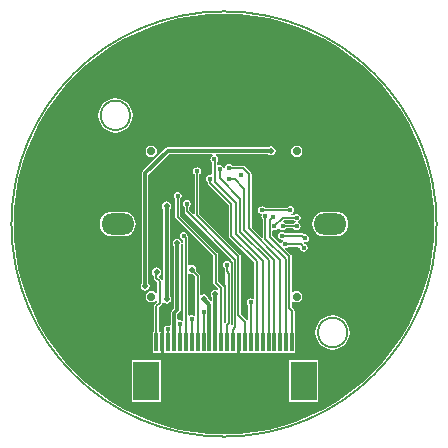
<source format=gbl>
%FSLAX25Y25*%
%MOIN*%
G70*
G01*
G75*
G04 Layer_Physical_Order=2*
G04 Layer_Color=16711680*
%ADD10R,0.02362X0.02362*%
%ADD11R,0.02362X0.02362*%
%ADD12C,0.01142*%
%ADD13C,0.00500*%
%ADD14C,0.00600*%
%ADD15C,0.01200*%
%ADD16C,0.00800*%
%ADD17C,0.00250*%
%ADD18C,0.02756*%
%ADD19O,0.11024X0.07087*%
%ADD20C,0.02000*%
%ADD21C,0.01600*%
%ADD22R,0.01181X0.05906*%
%ADD23R,0.08661X0.12992*%
G36*
X5001Y69932D02*
X9977Y69397D01*
X14903Y68509D01*
X19752Y67271D01*
X24501Y65690D01*
X29125Y63775D01*
X33600Y61535D01*
X37904Y58981D01*
X42015Y56127D01*
X45913Y52986D01*
X49546Y49603D01*
X49569Y49569D01*
X49603Y49547D01*
X52986Y45913D01*
X56126Y42016D01*
X58981Y37905D01*
X61535Y33601D01*
X63775Y29125D01*
X65690Y24501D01*
X67270Y19752D01*
X68508Y14903D01*
X69397Y9978D01*
X69932Y5002D01*
X70109Y40D01*
X70101Y0D01*
X70109Y-40D01*
X69932Y-5002D01*
X69397Y-9978D01*
X68508Y-14903D01*
X67270Y-19752D01*
X65690Y-24501D01*
X63775Y-29125D01*
X61535Y-33601D01*
X58981Y-37905D01*
X56126Y-42016D01*
X52986Y-45913D01*
X49603Y-49547D01*
X49569Y-49569D01*
X49546Y-49603D01*
X45913Y-52986D01*
X42015Y-56127D01*
X37904Y-58981D01*
X33600Y-61535D01*
X29125Y-63775D01*
X24501Y-65690D01*
X19752Y-67271D01*
X14903Y-68509D01*
X9977Y-69397D01*
X5001Y-69932D01*
X40Y-70109D01*
X-0Y-70101D01*
X-40Y-70109D01*
X-5002Y-69932D01*
X-9978Y-69397D01*
X-14904Y-68509D01*
X-19753Y-67271D01*
X-24502Y-65690D01*
X-29125Y-63775D01*
X-33601Y-61535D01*
X-37905Y-58981D01*
X-42016Y-56127D01*
X-45913Y-52986D01*
X-49547Y-49603D01*
X-49570Y-49569D01*
X-49603Y-49547D01*
X-52987Y-45913D01*
X-56127Y-42016D01*
X-58981Y-37905D01*
X-61535Y-33601D01*
X-63775Y-29125D01*
X-65691Y-24501D01*
X-67271Y-19752D01*
X-68509Y-14903D01*
X-69398Y-9978D01*
X-69933Y-5002D01*
X-70110Y-40D01*
X-70102Y0D01*
X-70110Y40D01*
X-69933Y5002D01*
X-69398Y9978D01*
X-68509Y14903D01*
X-67271Y19752D01*
X-65691Y24501D01*
X-63775Y29125D01*
X-61535Y33601D01*
X-58981Y37905D01*
X-56127Y42016D01*
X-52987Y45913D01*
X-49603Y49547D01*
X-49570Y49569D01*
X-49547Y49603D01*
X-45913Y52986D01*
X-42016Y56127D01*
X-37905Y58981D01*
X-33601Y61535D01*
X-29125Y63775D01*
X-24502Y65690D01*
X-19753Y67271D01*
X-14904Y68509D01*
X-9978Y69397D01*
X-5002Y69932D01*
X-40Y70109D01*
X-0Y70101D01*
X40Y70109D01*
X5001Y69932D01*
D02*
G37*
%LPC*%
G36*
X-19100Y7529D02*
X-19685Y7413D01*
X-20181Y7081D01*
X-20513Y6585D01*
X-20629Y6000D01*
X-20513Y5415D01*
X-20222Y4979D01*
Y-18852D01*
X-20719Y-18901D01*
X-20746Y-18763D01*
X-20817Y-18657D01*
X-20923Y-18499D01*
X-20923Y-18499D01*
X-21760Y-17662D01*
Y-17310D01*
X-21419Y-17081D01*
X-21087Y-16585D01*
X-20971Y-16000D01*
X-21087Y-15415D01*
X-21419Y-14919D01*
X-21915Y-14587D01*
X-22500Y-14471D01*
X-23085Y-14587D01*
X-23581Y-14919D01*
X-23913Y-15415D01*
X-24029Y-16000D01*
X-23913Y-16585D01*
X-23581Y-17081D01*
X-23391Y-17209D01*
Y-18000D01*
X-23391Y-18000D01*
X-23329Y-18312D01*
X-23152Y-18577D01*
X-22316Y-19413D01*
Y-22810D01*
X-22794Y-22955D01*
X-22859Y-22859D01*
X-23480Y-22444D01*
X-24213Y-22298D01*
X-24945Y-22444D01*
X-25567Y-22859D01*
X-25982Y-23480D01*
X-26127Y-24213D01*
X-25982Y-24945D01*
X-25567Y-25567D01*
X-24945Y-25982D01*
X-24213Y-26127D01*
X-23480Y-25982D01*
X-22859Y-25567D01*
X-22794Y-25470D01*
X-22496Y-25560D01*
X-22375Y-26045D01*
X-23152Y-26823D01*
X-23329Y-27088D01*
X-23391Y-27400D01*
X-23391Y-27400D01*
Y-35947D01*
X-23666D01*
Y-42853D01*
X-21107D01*
Y-39401D01*
Y-35947D01*
X-21760D01*
Y-27738D01*
X-20923Y-26901D01*
X-20923Y-26901D01*
X-20817Y-26743D01*
X-20746Y-26637D01*
X-20684Y-26324D01*
Y-26190D01*
X-20206Y-26045D01*
X-20181Y-26081D01*
X-19685Y-26413D01*
X-19100Y-26529D01*
X-18515Y-26413D01*
X-18019Y-26081D01*
X-17687Y-25585D01*
X-17571Y-25000D01*
X-17687Y-24415D01*
X-17978Y-23979D01*
Y-20100D01*
Y4979D01*
X-17687Y5415D01*
X-17571Y6000D01*
X-17687Y6585D01*
X-18019Y7081D01*
X-18515Y7413D01*
X-19100Y7529D01*
D02*
G37*
G36*
X-33465Y4078D02*
X-37402D01*
X-38457Y3939D01*
X-39441Y3532D01*
X-40285Y2884D01*
X-40933Y2039D01*
X-41341Y1056D01*
X-41480Y0D01*
X-41341Y-1056D01*
X-40933Y-2039D01*
X-40285Y-2884D01*
X-39441Y-3532D01*
X-38457Y-3939D01*
X-37402Y-4078D01*
X-33465D01*
X-32409Y-3939D01*
X-31425Y-3532D01*
X-30581Y-2884D01*
X-29933Y-2039D01*
X-29525Y-1056D01*
X-29386Y0D01*
X-29525Y1056D01*
X-29933Y2039D01*
X-30581Y2884D01*
X-31425Y3532D01*
X-32409Y3939D01*
X-33465Y4078D01*
D02*
G37*
G36*
X36190Y-30470D02*
X34710Y-30665D01*
X33330Y-31237D01*
X32145Y-32146D01*
X31236Y-33330D01*
X30665Y-34710D01*
X30470Y-36191D01*
X30665Y-37671D01*
X31236Y-39051D01*
X32145Y-40235D01*
X33330Y-41144D01*
X34710Y-41716D01*
X36190Y-41911D01*
X37671Y-41716D01*
X39050Y-41144D01*
X40235Y-40235D01*
X41144Y-39051D01*
X41715Y-37671D01*
X41910Y-36191D01*
X41715Y-34710D01*
X41144Y-33330D01*
X40235Y-32146D01*
X39050Y-31237D01*
X37671Y-30665D01*
X36190Y-30470D01*
D02*
G37*
G36*
X31431Y-45404D02*
X21769D01*
Y-59396D01*
X31431D01*
Y-45404D01*
D02*
G37*
G36*
X-21169Y-45304D02*
X-30831D01*
Y-59296D01*
X-21169D01*
Y-45304D01*
D02*
G37*
G36*
X24213Y26127D02*
X23480Y25982D01*
X22859Y25567D01*
X22444Y24945D01*
X22298Y24213D01*
X22444Y23480D01*
X22859Y22859D01*
X23480Y22444D01*
X24213Y22298D01*
X24945Y22444D01*
X25567Y22859D01*
X25982Y23480D01*
X26127Y24213D01*
X25982Y24945D01*
X25567Y25567D01*
X24945Y25982D01*
X24213Y26127D01*
D02*
G37*
G36*
X15700Y25929D02*
X15115Y25813D01*
X14679Y25521D01*
X-18800D01*
X-19229Y25436D01*
X-19593Y25193D01*
X-19593Y25193D01*
X-27093Y17693D01*
X-27336Y17329D01*
X-27422Y16900D01*
X-27422Y16900D01*
Y-19679D01*
X-27713Y-20115D01*
X-27829Y-20700D01*
X-27713Y-21285D01*
X-27381Y-21781D01*
X-26885Y-22113D01*
X-26300Y-22229D01*
X-25715Y-22113D01*
X-25219Y-21781D01*
X-24887Y-21285D01*
X-24771Y-20700D01*
X-24887Y-20115D01*
X-25179Y-19679D01*
Y16435D01*
X-18335Y23279D01*
X-3889D01*
X-3744Y22800D01*
X-4137Y22537D01*
X-4425Y22107D01*
X-4526Y21600D01*
X-4425Y21093D01*
X-4137Y20663D01*
X-3865Y20481D01*
Y16865D01*
X-4293Y16225D01*
X-4800Y16326D01*
X-5307Y16225D01*
X-5737Y15937D01*
X-6025Y15507D01*
X-6126Y15000D01*
X-6025Y14493D01*
X-5737Y14063D01*
X-5489Y13897D01*
Y13724D01*
X-5431Y13432D01*
X-5265Y13184D01*
X1635Y6283D01*
Y-3975D01*
X1635Y-3975D01*
X1635D01*
X1694Y-4267D01*
X1859Y-4515D01*
X10124Y-12780D01*
Y-24811D01*
X9683Y-25046D01*
X9428Y-24875D01*
X8920Y-24775D01*
X8413Y-24875D01*
X7983Y-25163D01*
X7696Y-25593D01*
X7595Y-26100D01*
X7696Y-26607D01*
X7983Y-27037D01*
X8156Y-27153D01*
Y-32260D01*
X7659Y-32359D01*
X7493Y-32111D01*
X7493Y-32111D01*
X5565Y-30183D01*
Y-10800D01*
X5565Y-10800D01*
X5506Y-10507D01*
X5341Y-10259D01*
X-8235Y3317D01*
Y11000D01*
Y16547D01*
X-8063Y16663D01*
X-7775Y17093D01*
X-7675Y17600D01*
X-7775Y18107D01*
X-8063Y18537D01*
X-8493Y18825D01*
X-9000Y18925D01*
X-9507Y18825D01*
X-9937Y18537D01*
X-10225Y18107D01*
X-10326Y17600D01*
X-10225Y17093D01*
X-9937Y16663D01*
X-9765Y16547D01*
Y12402D01*
Y11000D01*
Y3299D01*
X-10227Y3108D01*
X-11635Y4517D01*
Y5747D01*
X-11463Y5863D01*
X-11175Y6293D01*
X-11074Y6800D01*
X-11175Y7307D01*
X-11463Y7737D01*
X-11893Y8025D01*
X-12400Y8125D01*
X-12907Y8025D01*
X-13337Y7737D01*
X-13625Y7307D01*
X-13725Y6800D01*
X-13625Y6293D01*
X-13337Y5863D01*
X-13165Y5747D01*
Y4200D01*
X-13165Y4200D01*
X-13165D01*
X-13106Y3907D01*
X-12941Y3659D01*
X2250Y-11532D01*
Y-12310D01*
X1809Y-12546D01*
X1554Y-12375D01*
X1046Y-12274D01*
X539Y-12375D01*
X109Y-12663D01*
X-178Y-13093D01*
X-279Y-13600D01*
X-178Y-14107D01*
X109Y-14537D01*
X282Y-14652D01*
Y-20900D01*
X-197Y-21046D01*
X-239Y-20982D01*
X-345Y-20823D01*
X-345Y-20823D01*
X-1984Y-19184D01*
Y-10200D01*
X-2046Y-9888D01*
X-2117Y-9782D01*
X-2223Y-9623D01*
X-2223Y-9623D01*
X-14633Y2787D01*
Y8430D01*
X-14512Y8512D01*
X-14224Y8942D01*
X-14123Y9449D01*
X-14224Y9956D01*
X-14512Y10386D01*
X-14942Y10673D01*
X-15449Y10774D01*
X-15956Y10673D01*
X-16386Y10386D01*
X-16673Y9956D01*
X-16774Y9449D01*
X-16673Y8942D01*
X-16386Y8512D01*
X-16264Y8430D01*
Y2449D01*
X-16264Y2449D01*
X-16202Y2137D01*
X-16026Y1872D01*
X-3616Y-10538D01*
Y-19522D01*
X-3616Y-19522D01*
X-3554Y-19834D01*
X-3377Y-20099D01*
X-1901Y-21574D01*
X-1975Y-22069D01*
X-2179Y-22178D01*
X-2315Y-22087D01*
X-2900Y-21971D01*
X-3485Y-22087D01*
X-3981Y-22419D01*
X-4313Y-22915D01*
X-4429Y-23500D01*
X-4313Y-24085D01*
X-4012Y-24536D01*
Y-25489D01*
X-4474Y-25680D01*
X-5225Y-24929D01*
X-5328Y-24415D01*
X-5659Y-23919D01*
X-6155Y-23587D01*
X-6741Y-23471D01*
X-7326Y-23587D01*
X-7539Y-23730D01*
X-7980Y-23494D01*
Y-17204D01*
X-7980Y-17204D01*
X-8043Y-16892D01*
X-8219Y-16627D01*
X-9333Y-15514D01*
X-9271Y-15200D01*
X-9387Y-14615D01*
X-9719Y-14119D01*
X-10215Y-13787D01*
X-10800Y-13671D01*
X-11385Y-13787D01*
X-11476Y-13848D01*
X-11917Y-13612D01*
Y-4698D01*
X-11917Y-4698D01*
X-11980Y-4386D01*
X-12156Y-4121D01*
X-12208Y-4070D01*
X-12179Y-3926D01*
X-12280Y-3419D01*
X-12567Y-2989D01*
X-12997Y-2702D01*
X-13505Y-2601D01*
X-14012Y-2702D01*
X-14442Y-2989D01*
X-14729Y-3419D01*
X-14830Y-3926D01*
X-14729Y-4433D01*
X-14442Y-4863D01*
X-14012Y-5151D01*
X-13549Y-5243D01*
Y-31976D01*
X-13990Y-32212D01*
X-14194Y-32075D01*
X-14702Y-31975D01*
X-15162Y-32066D01*
X-15549Y-31749D01*
Y-30135D01*
X-14807Y-29393D01*
X-14807Y-29393D01*
X-14564Y-29029D01*
X-14564Y-29029D01*
X-14564Y-29029D01*
X-14478Y-28600D01*
X-14479Y-28600D01*
Y-7521D01*
X-14187Y-7085D01*
X-14071Y-6500D01*
X-14187Y-5915D01*
X-14519Y-5419D01*
X-15015Y-5087D01*
X-15600Y-4971D01*
X-16185Y-5087D01*
X-16681Y-5419D01*
X-17013Y-5915D01*
X-17129Y-6500D01*
X-17013Y-7085D01*
X-16722Y-7521D01*
Y-28135D01*
X-17463Y-28877D01*
X-17706Y-29241D01*
X-17792Y-29670D01*
X-17792Y-29670D01*
Y-33549D01*
X-18178Y-33866D01*
X-18639Y-33775D01*
X-19146Y-33875D01*
X-19576Y-34163D01*
X-19863Y-34593D01*
X-19964Y-35100D01*
X-19872Y-35561D01*
X-20189Y-35947D01*
X-20107D01*
Y-39401D01*
Y-42853D01*
X4484D01*
Y-39399D01*
X5483D01*
Y-42853D01*
X23790D01*
Y-35947D01*
X23516D01*
Y-28900D01*
X23516Y-28900D01*
X23454Y-28588D01*
X23277Y-28323D01*
X22597Y-27644D01*
Y-25922D01*
X23038Y-25686D01*
X23480Y-25982D01*
X24213Y-26127D01*
X24945Y-25982D01*
X25567Y-25567D01*
X25982Y-24945D01*
X26127Y-24213D01*
X25982Y-23480D01*
X25567Y-22859D01*
X24945Y-22444D01*
X24213Y-22298D01*
X23480Y-22444D01*
X23038Y-22739D01*
X22597Y-22503D01*
Y-10758D01*
X22535Y-10446D01*
X22464Y-10340D01*
X22358Y-10181D01*
X22358Y-10181D01*
X20366Y-8189D01*
X20400Y-8125D01*
X20907Y-8025D01*
X21337Y-7737D01*
X21418Y-7616D01*
X23845D01*
X25275Y-7900D01*
X25375Y-8407D01*
X25663Y-8837D01*
X26093Y-9125D01*
X26600Y-9225D01*
X27107Y-9125D01*
X27537Y-8837D01*
X27825Y-8407D01*
X27926Y-7900D01*
X27825Y-7393D01*
X27537Y-6963D01*
X27107Y-6675D01*
X26600Y-6575D01*
X26514Y-6144D01*
X26570Y-6040D01*
X27000Y-6126D01*
X27507Y-6025D01*
X27937Y-5737D01*
X28225Y-5307D01*
X28326Y-4800D01*
X28225Y-4293D01*
X27937Y-3863D01*
X27507Y-3575D01*
X27000Y-3475D01*
X26857Y-3503D01*
X26677Y-3323D01*
X26412Y-3146D01*
X26100Y-3084D01*
X26100Y-3084D01*
X20319D01*
X20237Y-2963D01*
X19807Y-2675D01*
X19300Y-2575D01*
X18793Y-2675D01*
X18363Y-2963D01*
X18075Y-3393D01*
X17975Y-3900D01*
X18075Y-4407D01*
X18363Y-4837D01*
X18793Y-5125D01*
X19300Y-5226D01*
X19633Y-5159D01*
X19640Y-5176D01*
X19640D01*
X19824Y-5621D01*
X19463Y-5863D01*
X19175Y-6293D01*
X19162Y-6361D01*
X18683Y-6506D01*
X16016Y-3839D01*
Y-2263D01*
X16402Y-1946D01*
X16800Y-2025D01*
X17307Y-1925D01*
X17737Y-1637D01*
X17900Y-1394D01*
X18400D01*
X18563Y-1637D01*
X18993Y-1925D01*
X19500Y-2025D01*
X20007Y-1925D01*
X20437Y-1637D01*
X20552Y-1465D01*
X23147D01*
X23263Y-1637D01*
X23693Y-1925D01*
X24200Y-2025D01*
X24707Y-1925D01*
X25137Y-1637D01*
X25425Y-1207D01*
X25526Y-700D01*
X25425Y-193D01*
X25137Y237D01*
X24707Y525D01*
X24200Y625D01*
X23693Y525D01*
X23263Y237D01*
X23147Y65D01*
X20552D01*
X20437Y237D01*
X20007Y525D01*
X19500Y625D01*
X19423Y770D01*
X19938Y1284D01*
X23181D01*
X23263Y1163D01*
X23693Y875D01*
X24200Y775D01*
X24707Y875D01*
X25137Y1163D01*
X25425Y1593D01*
X25526Y2100D01*
X25425Y2607D01*
X25137Y3037D01*
X24707Y3325D01*
X24200Y3426D01*
X23693Y3325D01*
X23263Y3037D01*
X23181Y2916D01*
X22454D01*
X22332Y3038D01*
X22297Y3394D01*
Y3394D01*
X22295Y3413D01*
D01*
X22350Y3424D01*
X22350D01*
X22607Y3475D01*
X23037Y3763D01*
X23325Y4193D01*
X23426Y4700D01*
X23325Y5207D01*
X23037Y5637D01*
X22607Y5925D01*
X22100Y6025D01*
X21593Y5925D01*
X21163Y5637D01*
X21047Y5465D01*
X13686D01*
X13637Y5537D01*
X13207Y5825D01*
X12700Y5926D01*
X12193Y5825D01*
X11763Y5537D01*
X11475Y5107D01*
X11374Y4600D01*
X11475Y4093D01*
X11763Y3663D01*
X12193Y3375D01*
X12700Y3274D01*
X12700Y3274D01*
X12575Y3007D01*
X12575Y3007D01*
X12575Y3007D01*
X12474Y2500D01*
X12575Y1993D01*
X12863Y1563D01*
X13035Y1448D01*
Y-4401D01*
X12573Y-4592D01*
X9165Y-1183D01*
Y16700D01*
X9165Y16700D01*
X9106Y16993D01*
X8941Y17241D01*
X6941Y19241D01*
X6693Y19407D01*
X6400Y19465D01*
X2653D01*
X2537Y19637D01*
X2107Y19925D01*
X1600Y20026D01*
X1093Y19925D01*
X663Y19637D01*
X375Y19207D01*
X274Y18700D01*
X274Y18700D01*
X90Y18663D01*
X-275Y18907D01*
X-563Y19337D01*
X-993Y19625D01*
X-1500Y19726D01*
X-1949Y19636D01*
X-2335Y19953D01*
Y20614D01*
X-2263Y20663D01*
X-1975Y21093D01*
X-1874Y21600D01*
X-1975Y22107D01*
X-2263Y22537D01*
X-2656Y22800D01*
X-2511Y23279D01*
X14679D01*
X15115Y22987D01*
X15700Y22871D01*
X16285Y22987D01*
X16781Y23319D01*
X17113Y23815D01*
X17229Y24400D01*
X17113Y24985D01*
X16781Y25481D01*
X16285Y25813D01*
X15700Y25929D01*
D02*
G37*
G36*
X-36191Y41911D02*
X-37671Y41716D01*
X-39051Y41144D01*
X-40236Y40235D01*
X-41145Y39051D01*
X-41716Y37671D01*
X-41911Y36191D01*
X-41716Y34710D01*
X-41145Y33330D01*
X-40236Y32146D01*
X-39051Y31237D01*
X-37671Y30665D01*
X-36191Y30470D01*
X-34710Y30665D01*
X-33331Y31237D01*
X-32146Y32146D01*
X-31237Y33330D01*
X-30666Y34710D01*
X-30471Y36191D01*
X-30666Y37671D01*
X-31237Y39051D01*
X-32146Y40235D01*
X-33331Y41144D01*
X-34710Y41716D01*
X-36191Y41911D01*
D02*
G37*
G36*
X37402Y4078D02*
X33465D01*
X32409Y3939D01*
X31425Y3532D01*
X30581Y2884D01*
X29933Y2039D01*
X29525Y1056D01*
X29386Y0D01*
X29525Y-1056D01*
X29933Y-2039D01*
X30581Y-2884D01*
X31425Y-3532D01*
X32409Y-3939D01*
X33465Y-4078D01*
X37402D01*
X38457Y-3939D01*
X39441Y-3532D01*
X40285Y-2884D01*
X40933Y-2039D01*
X41341Y-1056D01*
X41480Y0D01*
X41341Y1056D01*
X40933Y2039D01*
X40285Y2884D01*
X39441Y3532D01*
X38457Y3939D01*
X37402Y4078D01*
D02*
G37*
G36*
X-24213Y26127D02*
X-24945Y25982D01*
X-25567Y25567D01*
X-25982Y24945D01*
X-26127Y24213D01*
X-25982Y23480D01*
X-25567Y22859D01*
X-24945Y22444D01*
X-24213Y22298D01*
X-23480Y22444D01*
X-22859Y22859D01*
X-22444Y23480D01*
X-22298Y24213D01*
X-22444Y24945D01*
X-22859Y25567D01*
X-23480Y25982D01*
X-24213Y26127D01*
D02*
G37*
%LPD*%
G36*
X-11385Y-16613D02*
X-10800Y-16729D01*
X-10486Y-16667D01*
X-9612Y-17542D01*
Y-30277D01*
X-10053Y-30512D01*
X-10257Y-30375D01*
X-10765Y-30275D01*
X-11272Y-30375D01*
X-11476Y-30512D01*
X-11917Y-30276D01*
Y-16788D01*
X-11476Y-16552D01*
X-11385Y-16613D01*
D02*
G37*
D13*
X400Y-32800D02*
Y-20600D01*
X-300Y-19900D02*
X400Y-20600D01*
X1046Y-15800D02*
X1800Y-16554D01*
X1046Y-33654D02*
X1800Y-32900D01*
X1046Y-15800D02*
Y-13600D01*
X1800Y-32900D02*
Y-16554D01*
X1046Y-39400D02*
Y-33654D01*
X2800Y-33400D02*
Y-13161D01*
X938Y-11300D02*
X2800Y-13161D01*
X100Y-11300D02*
X938D01*
X-12400Y4200D02*
X3800Y-12000D01*
X3015Y-35200D02*
X3800Y-34415D01*
X3015Y-39400D02*
Y-35200D01*
X3800Y-34415D02*
Y-12000D01*
X-12400Y4200D02*
Y6800D01*
X4800Y-30500D02*
Y-10800D01*
X-9000Y3000D02*
X4800Y-10800D01*
X-9000Y3000D02*
Y11000D01*
X1600Y18700D02*
X6400D01*
X8400Y16700D01*
Y-1500D02*
Y16700D01*
X-3100Y16000D02*
Y21500D01*
X-3200Y21600D02*
X-3100Y21500D01*
Y14100D02*
Y16000D01*
X2400Y-3975D02*
Y6600D01*
X-4724Y13724D02*
Y14924D01*
Y13724D02*
X2400Y6600D01*
Y-3975D02*
X10889Y-12464D01*
X3900Y-3300D02*
Y7100D01*
X-3100Y14100D02*
X3900Y7100D01*
Y-3300D02*
X12857Y-12257D01*
X6800Y-2076D02*
Y11800D01*
X1575Y14975D02*
X3625D01*
X6800Y11800D01*
Y-2076D02*
X16794Y-12070D01*
X8400Y-1500D02*
X18763Y-11863D01*
X4800Y-30500D02*
X6952Y-32652D01*
Y-39400D02*
Y-32652D01*
X8920Y-39400D02*
Y-26100D01*
X19500Y-700D02*
X24200D01*
X13800Y-4900D02*
X20731Y-11831D01*
X13800Y-4900D02*
Y2500D01*
X12700Y4600D02*
X12800Y4700D01*
X22100D01*
X-4800Y15000D02*
X-4724Y14924D01*
X-9000Y11000D02*
Y17600D01*
Y11000D02*
Y12402D01*
X-6828Y-39400D02*
Y-29500D01*
X10889Y-39400D02*
Y-12464D01*
X12857Y-39400D02*
Y-12257D01*
X16794Y-39400D02*
Y-12070D01*
X18763Y-39400D02*
Y-11863D01*
X20731Y-39400D02*
Y-11831D01*
X70866Y0D02*
G03*
X70866Y0I-70866J0D01*
G01*
X-31270Y36191D02*
G03*
X-31270Y36191I-4921J0D01*
G01*
X41111Y-36191D02*
G03*
X41111Y-36191I-4921J0D01*
G01*
D14*
X-22576Y-18000D02*
Y-16076D01*
X-22500Y-16000D01*
X-21500Y-26324D02*
Y-19076D01*
X-22576Y-18000D02*
X-21500Y-19076D01*
X21781Y-27981D02*
Y-10758D01*
X15200Y-4176D02*
X21781Y-10758D01*
Y-27981D02*
X22700Y-28900D01*
Y-39400D02*
Y-28900D01*
X-22576Y-27400D02*
X-21500Y-26324D01*
X-22576Y-39400D02*
Y-27400D01*
X-2800Y-19522D02*
X-922Y-21400D01*
X-2800Y-19522D02*
Y-10200D01*
X-922Y-39400D02*
Y-21400D01*
X-15449Y2449D02*
X-2800Y-10200D01*
X-15449Y2449D02*
Y9449D01*
X-1500Y15200D02*
Y18400D01*
Y15200D02*
X5300Y8400D01*
Y-2600D02*
Y8400D01*
Y-2600D02*
X14826Y-12126D01*
X-8796Y-39400D02*
Y-17204D01*
X-10800Y-15200D02*
X-8796Y-17204D01*
X26100Y-3900D02*
X27000Y-4800D01*
X19300Y-3900D02*
X26100D01*
X20400Y-6800D02*
X25500D01*
X26600Y-7900D01*
X16800Y-700D02*
X19600Y2100D01*
X24200D01*
X15200Y-4176D02*
Y1400D01*
X16200Y2400D01*
X-18639Y-39400D02*
Y-35100D01*
X-14702Y-39400D02*
Y-33300D01*
X-13505Y-3926D02*
X-12733Y-4698D01*
Y-39400D02*
Y-4698D01*
X-10765Y-39400D02*
Y-31600D01*
X14826Y-39400D02*
Y-12126D01*
D15*
X-2891Y-39400D02*
Y-23500D01*
X-26300Y16900D02*
X-18800Y24400D01*
X-26300Y-20700D02*
Y16900D01*
X-19100Y-25000D02*
Y-20100D01*
Y6000D01*
Y-23300D02*
Y-20100D01*
X-4859Y-39400D02*
Y-26882D01*
X-6741Y-25000D02*
X-4859Y-26882D01*
X-6800Y-25000D02*
X-6741D01*
X-15600Y-28600D02*
Y-6500D01*
X-16670Y-29670D02*
X-15600Y-28600D01*
X-16670Y-39400D02*
Y-29670D01*
X-18800Y24400D02*
X15700D01*
D17*
X50235Y50110D02*
G03*
X50235Y50110I-125J0D01*
G01*
X125Y70866D02*
G03*
X125Y70866I-125J0D01*
G01*
X-49985Y50110D02*
G03*
X-49985Y50110I-125J0D01*
G01*
X-70741Y0D02*
G03*
X-70741Y0I-125J0D01*
G01*
X-49985Y-50110D02*
G03*
X-49985Y-50110I-125J0D01*
G01*
X125Y-70866D02*
G03*
X125Y-70866I-125J0D01*
G01*
X50235Y-50110D02*
G03*
X50235Y-50110I-125J0D01*
G01*
X70991Y0D02*
G03*
X70991Y0I-125J0D01*
G01*
D18*
X-24213Y-24213D02*
D03*
X24213D02*
D03*
X-24213Y24213D02*
D03*
X24213D02*
D03*
D19*
X35433Y0D02*
D03*
X-35433D02*
D03*
D20*
X-33100Y11800D02*
D03*
X-27400Y-34900D02*
D03*
X-16600Y-47200D02*
D03*
X28000Y-36800D02*
D03*
X32700Y-18800D02*
D03*
X21900Y14200D02*
D03*
X-11500Y21300D02*
D03*
X15300Y28700D02*
D03*
X18900Y19400D02*
D03*
X12500Y17700D02*
D03*
X8900Y21400D02*
D03*
X-13600Y14800D02*
D03*
X-18400Y18900D02*
D03*
X-21200Y9600D02*
D03*
X31900Y-8800D02*
D03*
X26600Y7100D02*
D03*
X21200Y8000D02*
D03*
X-21900Y-5200D02*
D03*
X-23600Y-12900D02*
D03*
X-27400Y-28300D02*
D03*
X-30300Y-22400D02*
D03*
Y-15600D02*
D03*
X7000Y-24300D02*
D03*
X-6600Y-19500D02*
D03*
X-10700Y-28000D02*
D03*
X-20300Y-29000D02*
D03*
X-8600Y-48700D02*
D03*
X-1400Y-48600D02*
D03*
X5300Y-48700D02*
D03*
X-26300Y-20700D02*
D03*
X-22500Y-16000D02*
D03*
X-10800Y-15200D02*
D03*
X-15600Y-6500D02*
D03*
X-19100Y6000D02*
D03*
Y-25000D02*
D03*
X-6741D02*
D03*
X15700Y24400D02*
D03*
X-2900Y-23500D02*
D03*
D21*
X5700Y16400D02*
D03*
X1046Y-13600D02*
D03*
X-13505Y-3926D02*
D03*
X27000Y-4800D02*
D03*
X26600Y-7900D02*
D03*
X24200Y2100D02*
D03*
Y-700D02*
D03*
X22100Y4700D02*
D03*
X20400Y-6800D02*
D03*
X19300Y-3900D02*
D03*
X19500Y-700D02*
D03*
X16800D02*
D03*
X13800Y2500D02*
D03*
X12700Y4600D02*
D03*
X16200Y2400D02*
D03*
X-18639Y-35100D02*
D03*
X-14702Y-33300D02*
D03*
X-10765Y-31600D02*
D03*
X-6828Y-29500D02*
D03*
X8920Y-26100D02*
D03*
X-12400Y6800D02*
D03*
X-15449Y9449D02*
D03*
X-9000Y17600D02*
D03*
X-4800Y15000D02*
D03*
X-3200Y21600D02*
D03*
X-1500Y18400D02*
D03*
X1600Y18700D02*
D03*
X1575Y14975D02*
D03*
D22*
X-14702Y-39400D02*
D03*
X-12733D02*
D03*
X-10765D02*
D03*
X-8796D02*
D03*
X-6828D02*
D03*
X-4859D02*
D03*
X-2891D02*
D03*
X-922D02*
D03*
X1046D02*
D03*
X3015D02*
D03*
X4984D02*
D03*
X6952D02*
D03*
X8920D02*
D03*
X10889D02*
D03*
X12857D02*
D03*
X14826D02*
D03*
X16794D02*
D03*
X18763D02*
D03*
X20731D02*
D03*
X22700D02*
D03*
X-16670D02*
D03*
X-22576D02*
D03*
X-20607D02*
D03*
X-18639D02*
D03*
D23*
X-26000Y-52300D02*
D03*
X26600Y-52400D02*
D03*
M02*

</source>
